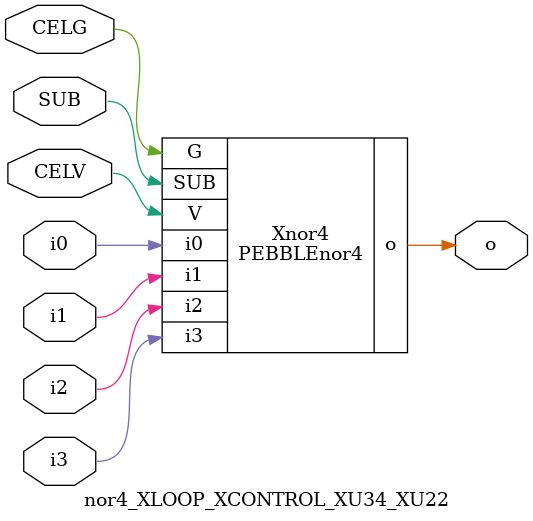
<source format=v>



module PEBBLEnor4 ( o, G, SUB, V, i0, i1, i2, i3 );

  input i0;
  input V;
  input i3;
  input i2;
  input i1;
  input G;
  output o;
  input SUB;
endmodule

//Celera Confidential Do Not Copy nor4_XLOOP_XCONTROL_XU34_XU22
//Celera Confidential Symbol Generator
//nor4
module nor4_XLOOP_XCONTROL_XU34_XU22 (CELV,CELG,i0,i1,i2,i3,o,SUB);
input CELV;
input CELG;
input i0;
input i1;
input i2;
input i3;
input SUB;
output o;

//Celera Confidential Do Not Copy nor4
PEBBLEnor4 Xnor4(
.V (CELV),
.i0 (i0),
.i1 (i1),
.i2 (i2),
.i3 (i3),
.o (o),
.SUB (SUB),
.G (CELG)
);
//,diesize,PEBBLEnor4

//Celera Confidential Do Not Copy Module End
//Celera Schematic Generator
endmodule

</source>
